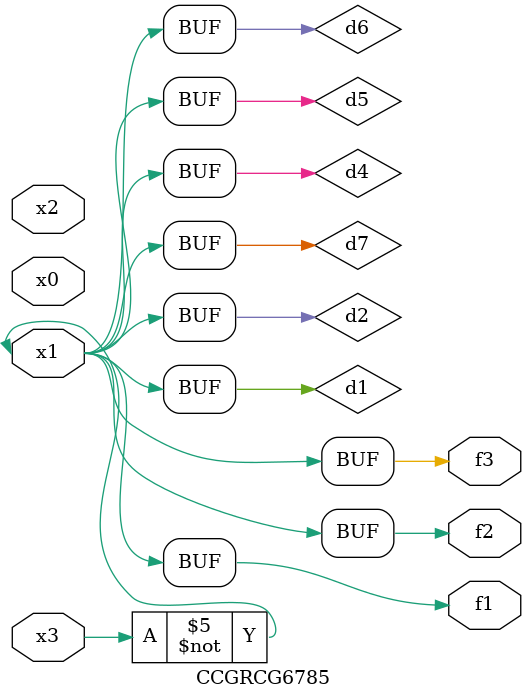
<source format=v>
module CCGRCG6785(
	input x0, x1, x2, x3,
	output f1, f2, f3
);

	wire d1, d2, d3, d4, d5, d6, d7;

	not (d1, x3);
	buf (d2, x1);
	xnor (d3, d1, d2);
	nor (d4, d1);
	buf (d5, d1, d2);
	buf (d6, d4, d5);
	nand (d7, d4);
	assign f1 = d6;
	assign f2 = d7;
	assign f3 = d6;
endmodule

</source>
